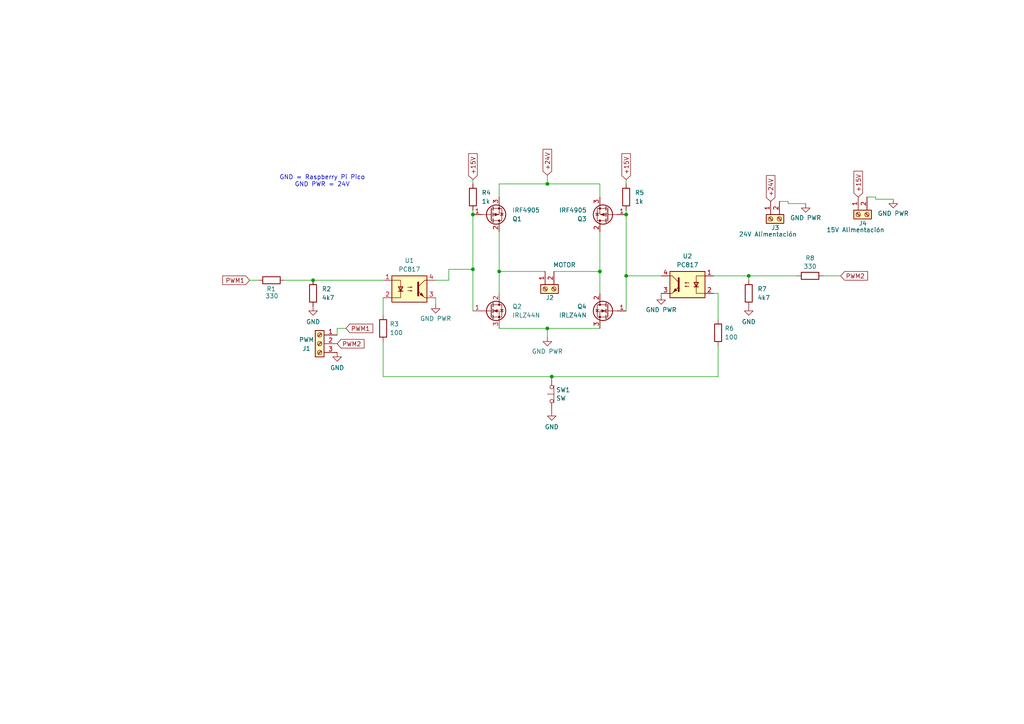
<source format=kicad_sch>
(kicad_sch (version 20231120) (generator "eeschema") (generator_version "8.0")
  (paper "A4")
  (lib_symbols
    (symbol "Connector:Screw_Terminal_01x02" (pin_names (offset 1.016) hide)
      (property "Reference" "J" (at 0 2.54 0))
      (property "Value" "Screw_Terminal_01x02" (at 0 -5.08 0))
      (symbol "Screw_Terminal_01x02_1_1"
        (rectangle (start -1.27 1.27) (end 1.27 -3.81) (stroke (width 0.254)) (fill (type background)))
        (circle (center 0 -2.54) (radius 0.635) (stroke (width 0.1524)))
        (polyline (pts (xy -0.5334 -2.2098) (xy 0.3302 -3.048)) (stroke (width 0.1524)))
        (polyline (pts (xy -0.5334 0.3302) (xy 0.3302 -0.508)) (stroke (width 0.1524)))
        (polyline (pts (xy -0.3556 -2.032) (xy 0.508 -2.8702)) (stroke (width 0.1524)))
        (polyline (pts (xy -0.3556 0.508) (xy 0.508 -0.3302)) (stroke (width 0.1524)))
        (circle (center 0 0) (radius 0.635) (stroke (width 0.1524)))
        (pin passive line (at -5.08 0 0) (length 3.81) (name "Pin_1") (number "1"))
        (pin passive line (at -5.08 -2.54 0) (length 3.81) (name "Pin_2") (number "2"))
      )
    )
    (symbol "Connector:Screw_Terminal_01x03" (pin_names (offset 1.016) hide)
      (property "Reference" "J" (at 0 5.08 0))
      (property "Value" "Screw_Terminal_01x03" (at 0 -5.08 0))
      (symbol "Screw_Terminal_01x03_1_1"
        (rectangle (start -1.27 3.81) (end 1.27 -3.81) (stroke (width 0.254)) (fill (type background)))
        (circle (center 0 -2.54) (radius 0.635) (stroke (width 0.1524)))
        (polyline (pts (xy -0.5334 -2.2098) (xy 0.3302 -3.048)) (stroke (width 0.1524)))
        (polyline (pts (xy -0.5334 0.3302) (xy 0.3302 -0.508)) (stroke (width 0.1524)))
        (polyline (pts (xy -0.5334 2.8702) (xy 0.3302 2.032)) (stroke (width 0.1524)))
        (polyline (pts (xy -0.3556 -2.032) (xy 0.508 -2.8702)) (stroke (width 0.1524)))
        (polyline (pts (xy -0.3556 0.508) (xy 0.508 -0.3302)) (stroke (width 0.1524)))
        (polyline (pts (xy -0.3556 3.048) (xy 0.508 2.2098)) (stroke (width 0.1524)))
        (circle (center 0 0) (radius 0.635) (stroke (width 0.1524)))
        (circle (center 0 2.54) (radius 0.635) (stroke (width 0.1524)))
        (pin passive line (at -5.08 2.54 0) (length 3.81) (name "Pin_1") (number "1"))
        (pin passive line (at -5.08 0 0) (length 3.81) (name "Pin_2") (number "2"))
        (pin passive line (at -5.08 -2.54 0) (length 3.81) (name "Pin_3") (number "3"))
      )
    )
    (symbol "Device:R" (pin_numbers hide) (pin_names (offset 0))
      (property "Reference" "R" (at 2.032 0 90))
      (property "Value" "R" (at 0 0 90))
      (symbol "R_0_1"
        (rectangle (start -1.016 -2.54) (end 1.016 2.54) (stroke (width 0.254)))
      )
      (symbol "R_1_1"
        (pin passive line (at 0 3.81 270) (length 1.27) (name "~") (number "1"))
        (pin passive line (at 0 -3.81 90) (length 1.27) (name "~") (number "2"))
      )
    )
    (symbol "Isolator:PC817" (pin_names (offset 1.016))
      (property "Reference" "U" (at -5.08 5.08 0))
      (property "Value" "PC817" (at 0 5.08 0))
      (symbol "PC817_0_1"
        (rectangle (start -5.08 3.81) (end 5.08 -3.81) (stroke (width 0.254)) (fill (type background)))
        (polyline (pts (xy -3.175 -0.635) (xy -1.905 -0.635)) (stroke (width 0.254)))
        (polyline (pts (xy 2.54 0.635) (xy 4.445 2.54)))
        (polyline (pts (xy 4.445 -2.54) (xy 2.54 -0.635)) (fill (type outline)))
        (polyline (pts (xy 4.445 -2.54) (xy 5.08 -2.54)))
        (polyline (pts (xy 4.445 2.54) (xy 5.08 2.54)))
        (polyline (pts (xy -5.08 2.54) (xy -2.54 2.54) (xy -2.54 -0.635)))
        (polyline (pts (xy -2.54 -0.635) (xy -2.54 -2.54) (xy -5.08 -2.54)))
        (polyline (pts (xy 2.54 1.905) (xy 2.54 -1.905) (xy 2.54 -1.905)) (stroke (width 0.508)))
        (polyline (pts (xy -2.54 -0.635) (xy -3.175 0.635) (xy -1.905 0.635) (xy -2.54 -0.635)) (stroke (width 0.254)))
        (polyline (pts (xy -0.508 -0.508) (xy 0.762 -0.508) (xy 0.381 -0.635) (xy 0.381 -0.381) (xy 0.762 -0.508)))
        (polyline (pts (xy -0.508 0.508) (xy 0.762 0.508) (xy 0.381 0.381) (xy 0.381 0.635) (xy 0.762 0.508)))
        (polyline (pts (xy 3.048 -1.651) (xy 3.556 -1.143) (xy 4.064 -2.159) (xy 3.048 -1.651) (xy 3.048 -1.651)) (fill (type outline)))
      )
      (symbol "PC817_1_1"
        (pin passive line (at -7.62 2.54 0) (length 2.54) (name "~") (number "1"))
        (pin passive line (at -7.62 -2.54 0) (length 2.54) (name "~") (number "2"))
        (pin passive line (at 7.62 -2.54 180) (length 2.54) (name "~") (number "3"))
        (pin passive line (at 7.62 2.54 180) (length 2.54) (name "~") (number "4"))
      )
    )
    (symbol "Switch:SW_Push_Open" (pin_numbers hide) (pin_names (offset 1.016) hide)
      (property "Reference" "SW" (at 0 2.54 0))
      (property "Value" "SW_Push_Open" (at 0 -1.905 0))
      (symbol "SW_Push_Open_0_1"
        (circle (center -2.032 0) (radius 0.508))
        (polyline (pts (xy -2.54 -0.635) (xy 2.54 -0.635)))
        (polyline (pts (xy 0 -0.635) (xy 0 1.27)))
        (circle (center 2.032 0) (radius 0.508))
        (pin passive line (at -5.08 0 0) (length 2.54) (name "A") (number "1"))
      )
      (symbol "SW_Push_Open_1_1"
        (pin passive line (at 5.08 0 180) (length 2.54) (name "B") (number "2"))
      )
    )
    (symbol "Transistor_FET:IRF4905" (pin_names hide)
      (property "Reference" "Q" (at 5.08 1.905 0))
      (property "Value" "IRF4905" (at 5.08 0 0))
      (symbol "IRF4905_0_1"
        (polyline (pts (xy 0.254 0) (xy -2.54 0)))
        (polyline (pts (xy 0.254 1.905) (xy 0.254 -1.905)) (stroke (width 0.254)))
        (polyline (pts (xy 0.762 -1.27) (xy 0.762 -2.286)) (stroke (width 0.254)))
        (polyline (pts (xy 0.762 0.508) (xy 0.762 -0.508)) (stroke (width 0.254)))
        (polyline (pts (xy 0.762 2.286) (xy 0.762 1.27)) (stroke (width 0.254)))
        (polyline (pts (xy 2.54 2.54) (xy 2.54 1.778)))
        (polyline (pts (xy 2.54 -2.54) (xy 2.54 0) (xy 0.762 0)))
        (polyline (pts (xy 0.762 1.778) (xy 3.302 1.778) (xy 3.302 -1.778) (xy 0.762 -1.778)))
        (polyline (pts (xy 2.286 0) (xy 1.27 0.381) (xy 1.27 -0.381) (xy 2.286 0)) (fill (type outline)))
        (polyline (pts (xy 2.794 -0.508) (xy 2.921 -0.381) (xy 3.683 -0.381) (xy 3.81 -0.254)))
        (polyline (pts (xy 3.302 -0.381) (xy 2.921 0.254) (xy 3.683 0.254) (xy 3.302 -0.381)))
        (circle (center 1.651 0) (radius 2.794) (stroke (width 0.254)))
        (circle (center 2.54 -1.778) (radius 0.254) (fill (type outline)))
        (circle (center 2.54 1.778) (radius 0.254) (fill (type outline)))
      )
      (symbol "IRF4905_1_1"
        (pin input line (at -5.08 0 0) (length 2.54) (name "G") (number "1"))
        (pin passive line (at 2.54 5.08 270) (length 2.54) (name "D") (number "2"))
        (pin passive line (at 2.54 -5.08 90) (length 2.54) (name "S") (number "3"))
      )
    )
    (symbol "Transistor_FET:IRLZ44N" (pin_names hide)
      (property "Reference" "Q" (at 6.35 1.905 0))
      (property "Value" "IRLZ44N" (at 6.35 0 0))
      (symbol "IRLZ44N_0_1"
        (polyline (pts (xy 0.254 0) (xy -2.54 0)))
        (polyline (pts (xy 0.254 1.905) (xy 0.254 -1.905)) (stroke (width 0.254)))
        (polyline (pts (xy 0.762 -1.27) (xy 0.762 -2.286)) (stroke (width 0.254)))
        (polyline (pts (xy 0.762 0.508) (xy 0.762 -0.508)) (stroke (width 0.254)))
        (polyline (pts (xy 0.762 2.286) (xy 0.762 1.27)) (stroke (width 0.254)))
        (polyline (pts (xy 2.54 2.54) (xy 2.54 1.778)))
        (polyline (pts (xy 2.54 -2.54) (xy 2.54 0) (xy 0.762 0)))
        (polyline (pts (xy 0.762 -1.778) (xy 3.302 -1.778) (xy 3.302 1.778) (xy 0.762 1.778)))
        (polyline (pts (xy 1.016 0) (xy 2.032 0.381) (xy 2.032 -0.381) (xy 1.016 0)) (fill (type outline)))
        (polyline (pts (xy 2.794 0.508) (xy 2.921 0.381) (xy 3.683 0.381) (xy 3.81 0.254)))
        (polyline (pts (xy 3.302 0.381) (xy 2.921 -0.254) (xy 3.683 -0.254) (xy 3.302 0.381)))
        (circle (center 1.651 0) (radius 2.794) (stroke (width 0.254)))
        (circle (center 2.54 -1.778) (radius 0.254) (fill (type outline)))
        (circle (center 2.54 1.778) (radius 0.254) (fill (type outline)))
      )
      (symbol "IRLZ44N_1_1"
        (pin input line (at -5.08 0 0) (length 2.54) (name "G") (number "1"))
        (pin passive line (at 2.54 5.08 270) (length 2.54) (name "D") (number "2"))
        (pin passive line (at 2.54 -5.08 90) (length 2.54) (name "S") (number "3"))
      )
    )
    (symbol "power:GND" (power) (pin_names (offset 0))
      (property "Value" "GND" (at 0 -3.81 0))
      (symbol "GND_0_1"
        (polyline (pts (xy 0 0) (xy 0 -1.27) (xy 1.27 -1.27) (xy 0 -2.54) (xy -1.27 -1.27) (xy 0 -1.27)))
      )
      (symbol "GND_1_1"
        (pin power_in line (at 0 0 270) (length 0) hide (name "GND") (number "1"))
      )
    )
  )
  (junction (at 90.805 81.28))
  (junction (at 160.02 109.22))
  (junction (at 137.16 78.105))
  (junction (at 144.78 78.74))
  (junction (at 173.99 78.74))
  (junction (at 181.61 80.01))
  (junction (at 137.16 62.23))
  (junction (at 181.61 62.23))
  (junction (at 217.17 80.01))
  (junction (at 158.75 53.34))
  (junction (at 158.75 95.25))
  (wire (pts (xy 254 57.15) (xy 254 57.785)))
  (wire (pts (xy 137.16 60.96) (xy 137.16 62.23)))
  (wire (pts (xy 207.01 85.09) (xy 208.28 85.09)))
  (wire (pts (xy 181.61 52.07) (xy 181.61 53.34)))
  (wire (pts (xy 226.06 58.42) (xy 228.6 58.42)))
  (wire (pts (xy 111.125 109.22) (xy 160.02 109.22)))
  (wire (pts (xy 181.61 62.23) (xy 181.61 80.01)))
  (wire (pts (xy 160.02 109.22) (xy 208.28 109.22)))
  (wire (pts (xy 144.78 78.74) (xy 144.78 85.09)))
  (wire (pts (xy 181.61 80.01) (xy 181.61 90.17)))
  (wire (pts (xy 97.79 95.25) (xy 100.33 95.25)))
  (wire (pts (xy 158.75 95.25) (xy 173.99 95.25)))
  (wire (pts (xy 173.99 67.31) (xy 173.99 78.74)))
  (wire (pts (xy 90.805 81.28) (xy 111.125 81.28)))
  (wire (pts (xy 228.6 58.42) (xy 228.6 59.055)))
  (wire (pts (xy 181.61 80.01) (xy 191.77 80.01)))
  (wire (pts (xy 181.61 60.96) (xy 181.61 62.23)))
  (wire (pts (xy 217.17 80.01) (xy 217.17 81.28)))
  (wire (pts (xy 160.655 78.74) (xy 173.99 78.74)))
  (wire (pts (xy 137.16 52.07) (xy 137.16 53.34)))
  (wire (pts (xy 173.99 53.34) (xy 173.99 57.15)))
  (wire (pts (xy 111.125 99.06) (xy 111.125 109.22)))
  (wire (pts (xy 137.16 62.23) (xy 137.16 78.105)))
  (wire (pts (xy 251.46 57.15) (xy 254 57.15)))
  (wire (pts (xy 144.78 67.31) (xy 144.78 78.74)))
  (wire (pts (xy 207.01 80.01) (xy 217.17 80.01)))
  (wire (pts (xy 254 57.785) (xy 259.08 57.785)))
  (wire (pts (xy 137.16 78.105) (xy 137.16 90.17)))
  (wire (pts (xy 191.77 85.09) (xy 191.77 85.725)))
  (wire (pts (xy 217.17 80.01) (xy 231.14 80.01)))
  (wire (pts (xy 97.79 97.155) (xy 97.79 95.25)))
  (wire (pts (xy 126.365 81.28) (xy 130.175 81.28)))
  (wire (pts (xy 208.28 100.33) (xy 208.28 109.22)))
  (wire (pts (xy 173.99 85.09) (xy 173.99 78.74)))
  (wire (pts (xy 137.16 78.105) (xy 130.175 78.105)))
  (wire (pts (xy 208.28 85.09) (xy 208.28 92.71)))
  (wire (pts (xy 228.6 59.055) (xy 233.68 59.055)))
  (wire (pts (xy 111.125 86.36) (xy 111.125 91.44)))
  (wire (pts (xy 126.365 86.36) (xy 126.365 88.265)))
  (wire (pts (xy 144.78 78.74) (xy 158.115 78.74)))
  (wire (pts (xy 130.175 78.105) (xy 130.175 81.28)))
  (wire (pts (xy 158.75 53.34) (xy 173.99 53.34)))
  (wire (pts (xy 158.75 97.79) (xy 158.75 95.25)))
  (wire (pts (xy 144.78 53.34) (xy 158.75 53.34)))
  (wire (pts (xy 144.78 53.34) (xy 144.78 57.15)))
  (wire (pts (xy 238.76 80.01) (xy 243.84 80.01)))
  (wire (pts (xy 144.78 95.25) (xy 158.75 95.25)))
  (wire (pts (xy 158.75 50.8) (xy 158.75 53.34)))
  (wire (pts (xy 82.55 81.28) (xy 90.805 81.28)))
  (wire (pts (xy 72.39 81.28) (xy 74.93 81.28)))
  (text "GND = Raspberry Pi Pico\nGND PWR = 24V" (at 93.472 52.578 0) (effects (font (size 1.27 1.27))))
  (global_label "PWM2" (shape input) (at 243.84 80.01 0) (property "Intersheetrefs" "${INTERSHEET_REFS}" (effects (hide yes))))
  (global_label "PWM1" (shape input) (at 100.33 95.25 0) (property "Intersheetrefs" "${INTERSHEET_REFS}" (effects (hide yes))))
  (global_label "+24V" (shape input) (at 223.52 58.42 90) (property "Intersheetrefs" "${INTERSHEET_REFS}" (effects (hide yes))))
  (global_label "+15V" (shape input) (at 248.92 57.15 90) (property "Intersheetrefs" "${INTERSHEET_REFS}" (effects (hide yes))))
  (global_label "+15V" (shape input) (at 137.16 52.07 90) (property "Intersheetrefs" "${INTERSHEET_REFS}" (effects (hide yes))))
  (global_label "+15V" (shape input) (at 181.61 52.07 90) (property "Intersheetrefs" "${INTERSHEET_REFS}" (effects (hide yes))))
  (global_label "PWM1" (shape input) (at 72.39 81.28 180) (property "Intersheetrefs" "${INTERSHEET_REFS}" (effects (hide yes))))
  (global_label "PWM2" (shape input) (at 97.79 99.695 0) (property "Intersheetrefs" "${INTERSHEET_REFS}" (effects (hide yes))))
  (global_label "+24V" (shape input) (at 158.75 50.8 90) (property "Intersheetrefs" "${INTERSHEET_REFS}" (effects (hide yes))))
  (symbol (lib_id "Device:R") (at 78.74 81.28 90) (unit 1)
    (property "Reference" "R1" (at 80.01 83.82 90) (effects (justify left)))
    (property "Value" "330" (at 80.772 85.852 90) (effects (justify left)))
    (property "Footprint" "Resistor_THT:R_Axial_DIN0309_L9.0mm_D3.2mm_P12.70mm_Horizontal" (effects (hide yes)))
  )
  (symbol (lib_id "Device:R") (at 208.28 96.52 0) (unit 1)
    (property "Reference" "R6" (at 210.185 95.25 0) (effects (justify left)))
    (property "Value" "100" (at 210.185 97.79 0) (effects (justify left)))
    (property "Footprint" "Resistor_THT:R_Axial_DIN0309_L9.0mm_D3.2mm_P12.70mm_Horizontal" (effects (hide yes)))
  )
  (symbol (lib_id "Device:R") (at 111.125 95.25 0) (unit 1)
    (property "Reference" "R3" (at 113.03 93.98 0) (effects (justify left)))
    (property "Value" "100" (at 113.03 96.52 0) (effects (justify left)))
    (property "Footprint" "Resistor_THT:R_Axial_DIN0309_L9.0mm_D3.2mm_P12.70mm_Horizontal" (effects (hide yes)))
  )
  (symbol (lib_id "power:GND") (at 90.805 88.9 0) (unit 1)
    (property "Reference" "#PWR01" (effects (hide yes)))
    (property "Value" "GND" (at 90.805 93.345 0))
  )
  (symbol (lib_id "Switch:SW_Push_Open") (at 160.02 114.3 90) (unit 1)
    (property "Reference" "SW1" (at 161.29 113.0878 90) (effects (justify right)))
    (property "Value" "SW" (at 161.29 115.5121 90) (effects (justify right)))
    (property "Footprint" "Connector_PinHeader_2.54mm:PinHeader_1x02_P2.54mm_Vertical" (effects (hide yes)))
  )
  (symbol (lib_id "power:GND") (at 217.17 88.9 0) (unit 1)
    (property "Reference" "#PWR07" (effects (hide yes)))
    (property "Value" "GND" (at 217.17 93.345 0))
  )
  (symbol (lib_id "power:GND") (at 160.02 119.38 0) (unit 1)
    (property "Reference" "#PWR05" (effects (hide yes)))
    (property "Value" "GND" (at 160.02 123.825 0))
  )
  (symbol (lib_id "Transistor_FET:IRF4905") (at 142.24 62.23 0) (mirror x) (unit 1)
    (property "Reference" "Q1" (at 148.59 63.5 0) (effects (justify left)))
    (property "Value" "IRF4905" (at 148.59 60.96 0) (effects (justify left)))
    (property "Footprint" "Package_TO_SOT_THT:TO-220-3_Vertical" (effects (hide yes)))
    (property "Datasheet" "http://www.infineon.com/dgdl/irf4905.pdf?fileId=5546d462533600a4015355e32165197c" (effects (hide yes)))
  )
  (symbol (lib_id "power:GND") (at 259.08 57.785 0) (unit 1)
    (property "Reference" "#PWR09" (effects (hide yes)))
    (property "Value" "GND PWR" (at 259.08 61.9181 0))
  )
  (symbol (lib_id "Connector:Screw_Terminal_01x03") (at 92.71 99.695 0) (mirror y) (unit 1)
    (property "Reference" "J1" (at 88.9 101.092 0))
    (property "Value" "PWM" (at 88.9 98.552 0))
    (property "Footprint" "Connector_PinHeader_2.54mm:PinHeader_1x03_P2.54mm_Vertical" (effects (hide yes)))
  )
  (symbol (lib_id "Device:R") (at 137.16 57.15 0) (unit 1)
    (property "Reference" "R4" (at 139.7 55.88 0) (effects (justify left)))
    (property "Value" "1k" (at 139.7 58.42 0) (effects (justify left)))
    (property "Footprint" "Resistor_THT:R_Axial_DIN0309_L9.0mm_D3.2mm_P12.70mm_Horizontal" (effects (hide yes)))
  )
  (symbol (lib_id "Connector:Screw_Terminal_01x02") (at 248.92 62.23 90) (mirror x) (unit 1)
    (property "Reference" "J4" (at 251.46 64.77 90) (effects (justify left)))
    (property "Value" "15V Alimentación" (at 256.54 66.675 90) (effects (justify left)))
    (property "Footprint" "Connector_PinHeader_2.54mm:PinHeader_1x02_P2.54mm_Vertical" (effects (hide yes)))
  )
  (symbol (lib_id "power:GND") (at 97.79 102.235 0) (unit 1)
    (property "Reference" "#PWR02" (effects (hide yes)))
    (property "Value" "GND" (at 97.79 106.68 0))
  )
  (symbol (lib_id "power:GND") (at 233.68 59.055 0) (unit 1)
    (property "Reference" "#PWR08" (effects (hide yes)))
    (property "Value" "GND PWR" (at 233.68 63.1881 0))
  )
  (symbol (lib_id "Transistor_FET:IRLZ44N") (at 142.24 90.17 0) (unit 1)
    (property "Reference" "Q2" (at 148.59 88.9 0) (effects (justify left)))
    (property "Value" "IRLZ44N" (at 148.59 91.44 0) (effects (justify left)))
    (property "Footprint" "Package_TO_SOT_THT:TO-220-3_Vertical" (effects (hide yes)))
    (property "Datasheet" "http://www.irf.com/product-info/datasheets/data/irlz44n.pdf" (effects (hide yes)))
  )
  (symbol (lib_id "power:GND") (at 158.75 97.79 0) (unit 1)
    (property "Reference" "#PWR04" (effects (hide yes)))
    (property "Value" "GND PWR" (at 158.75 101.9231 0))
  )
  (symbol (lib_id "power:GND") (at 126.365 88.265 0) (unit 1)
    (property "Reference" "#PWR03" (effects (hide yes)))
    (property "Value" "GND PWR" (at 126.365 92.3981 0))
  )
  (symbol (lib_id "power:GND") (at 191.77 85.725 0) (unit 1)
    (property "Reference" "#PWR06" (effects (hide yes)))
    (property "Value" "GND PWR" (at 191.77 89.8581 0))
  )
  (symbol (lib_id "Connector:Screw_Terminal_01x02") (at 158.115 83.82 90) (mirror x) (unit 1)
    (property "Reference" "J2" (at 160.655 86.36 90) (effects (justify left)))
    (property "Value" "MOTOR" (at 167.005 76.835 90) (effects (justify left)))
    (property "Footprint" "TerminalBlock_Dinkle:TerminalBlock_Dinkle_DT-55-B01X-02_P10.00mm" (effects (hide yes)))
  )
  (symbol (lib_id "Device:R") (at 181.61 57.15 0) (unit 1)
    (property "Reference" "R5" (at 184.15 55.88 0) (effects (justify left)))
    (property "Value" "1k" (at 184.15 58.42 0) (effects (justify left)))
    (property "Footprint" "Resistor_THT:R_Axial_DIN0309_L9.0mm_D3.2mm_P12.70mm_Horizontal" (effects (hide yes)))
  )
  (symbol (lib_id "Device:R") (at 234.95 80.01 90) (unit 1)
    (property "Reference" "R8" (at 234.95 74.8495 90))
    (property "Value" "330" (at 234.95 77.2738 90))
    (property "Footprint" "Resistor_THT:R_Axial_DIN0309_L9.0mm_D3.2mm_P12.70mm_Horizontal" (effects (hide yes)))
    (property "Description" "Resistor" (effects (hide yes)))
  )
  (symbol (lib_id "Device:R") (at 217.17 85.09 0) (unit 1)
    (property "Reference" "R7" (at 219.71 83.82 0) (effects (justify left)))
    (property "Value" "4k7" (at 219.71 86.36 0) (effects (justify left)))
    (property "Footprint" "Resistor_THT:R_Axial_DIN0309_L9.0mm_D3.2mm_P12.70mm_Horizontal" (effects (hide yes)))
  )
  (symbol (lib_id "Transistor_FET:IRLZ44N") (at 176.53 90.17 0) (mirror y) (unit 1)
    (property "Reference" "Q4" (at 170.18 88.9 0) (effects (justify left)))
    (property "Value" "IRLZ44N" (at 170.18 91.44 0) (effects (justify left)))
    (property "Footprint" "Package_TO_SOT_THT:TO-220-3_Vertical" (effects (hide yes)))
    (property "Datasheet" "http://www.irf.com/product-info/datasheets/data/irlz44n.pdf" (effects (hide yes)))
  )
  (symbol (lib_id "Connector:Screw_Terminal_01x02") (at 223.52 63.5 90) (mirror x) (unit 1)
    (property "Reference" "J3" (at 226.06 66.04 90) (effects (justify left)))
    (property "Value" "24V Alimentación" (at 231.14 67.945 90) (effects (justify left)))
    (property "Footprint" "TerminalBlock_Dinkle:TerminalBlock_Dinkle_DT-55-B01X-02_P10.00mm" (effects (hide yes)))
  )
  (symbol (lib_id "Transistor_FET:IRF4905") (at 176.53 62.23 180) (unit 1)
    (property "Reference" "Q3" (at 170.18 63.5 0) (effects (justify left)))
    (property "Value" "IRF4905" (at 170.18 60.96 0) (effects (justify left)))
    (property "Footprint" "Package_TO_SOT_THT:TO-220-3_Vertical" (effects (hide yes)))
    (property "Datasheet" "http://www.infineon.com/dgdl/irf4905.pdf?fileId=5546d462533600a4015355e32165197c" (effects (hide yes)))
  )
  (symbol (lib_id "Isolator:PC817") (at 199.39 82.55 0) (mirror y) (unit 1)
    (property "Reference" "U2" (at 199.39 74.295 0))
    (property "Value" "PC817" (at 199.39 76.835 0))
    (property "Footprint" "Package_DIP:DIP-4_W7.62mm" (effects (hide yes)))
    (property "Datasheet" "http://www.soselectronic.cz/a_info/resource/d/pc817.pdf" (effects (hide yes)))
  )
  (symbol (lib_id "Device:R") (at 90.805 85.09 0) (unit 1)
    (property "Reference" "R2" (at 93.345 83.82 0) (effects (justify left)))
    (property "Value" "4k7" (at 93.345 86.36 0) (effects (justify left)))
    (property "Footprint" "Resistor_THT:R_Axial_DIN0309_L9.0mm_D3.2mm_P12.70mm_Horizontal" (effects (hide yes)))
  )
  (symbol (lib_id "Isolator:PC817") (at 118.745 83.82 0) (unit 1)
    (property "Reference" "U1" (at 118.745 75.565 0))
    (property "Value" "PC817" (at 118.745 78.105 0))
    (property "Footprint" "Package_DIP:DIP-4_W7.62mm" (effects (hide yes)))
    (property "Datasheet" "http://www.soselectronic.cz/a_info/resource/d/pc817.pdf" (effects (hide yes)))
  )
)
</source>
